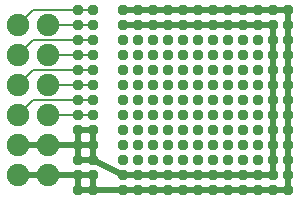
<source format=gtl>
G04*
G04 Format:               Gerber RS-274X*
G04 Layer:                TopCopper*
G04 This File Name:       bml_pmod_to_050_grid_1_inch_01.gtl*
G04 Source File Name:     bml_pmod_to_050_grid_1_inch_01.rrpcb*
G04 Unique ID:            fba66e10-ddf0-483a-a0c8-865054ed18e4*
G04 Generated Date:       Sunday, 12 November 2017 19:24:30*
G04*
G04 Created Using:        Robot Room Copper Connection v2.9.5573*
G04 Software Contact:     http://www.robotroom.com/CopperConnection/Support.aspx*
G04 License Number:       1363*
G04*
G04 Zero Suppression:     Leading*
G04 Number Precision:     2.4*
G04*
%FSLAX24Y24*%
%MOIN*%
%LNTopCopper*%
%ADD10C,.008*%
%ADD11C,.02*%
%ADD12C,.037*%
%ADD13C,.075*%
%ADD14R,.006X.006*%
D10*
G01X500Y5750D02*
X1000Y6250D01*
X2998D02*
X1000D01*
X2998Y5750D02*
X1500D01*
X2998Y5250D02*
X998D01*
X500Y4750D01*
X2998D02*
X1500D01*
X1000Y4250D02*
X500Y3750D01*
X2998D02*
X1500D01*
X2998Y3250D02*
X1000D01*
X500Y2750D01*
X2998D02*
X1500D01*
X2998Y4250D02*
X1000D01*
D11*
X500Y1750D02*
X1500D01*
X500Y750D02*
X1500D01*
Y1750D02*
X2998D01*
X1500Y750D02*
X2498D01*
X2998D02*
X3000Y250D01*
X2500D01*
X2498Y750D01*
X2998D01*
X2498Y1750D02*
Y1250D01*
X2998D01*
Y1750D01*
X2498D02*
Y2250D01*
X2998D01*
Y1750D01*
Y1250D02*
X3998Y750D01*
X3000Y250D02*
X9502D01*
X9500Y6250D01*
X3998D01*
Y750D02*
X9000D01*
Y5750D01*
X3998D01*
D12*
X2498Y6250D03*
X2998D03*
X2498Y5750D03*
Y5250D03*
Y4750D03*
Y4250D03*
Y3750D03*
Y3250D03*
Y2750D03*
X2998Y5750D03*
Y5250D03*
Y4750D03*
Y4250D03*
Y3750D03*
Y3250D03*
Y2750D03*
X2498Y2250D03*
X2998D03*
X2498Y1750D03*
X2998D03*
X2498Y1250D03*
X2998D03*
X2498Y750D03*
X2998D03*
X3998Y6250D03*
Y5750D03*
Y5250D03*
Y4750D03*
Y4250D03*
Y3750D03*
Y3250D03*
Y2750D03*
Y2250D03*
Y1750D03*
Y1250D03*
Y750D03*
X2500Y250D03*
X3000D03*
X4000D03*
X4500Y6250D03*
X5000D03*
X5500D03*
X4500Y5750D03*
Y5250D03*
Y4750D03*
Y4250D03*
Y3750D03*
Y3250D03*
Y2750D03*
X5000Y5750D03*
Y5250D03*
Y4750D03*
Y4250D03*
Y3750D03*
Y3250D03*
Y2750D03*
X4500Y2250D03*
X5000D03*
X4500Y1750D03*
X5000D03*
X4500Y1250D03*
X5000D03*
X4500Y750D03*
X5000D03*
X5500D03*
Y1250D03*
Y1750D03*
Y2250D03*
Y2750D03*
Y3250D03*
Y3750D03*
Y4250D03*
Y4750D03*
Y5250D03*
Y5750D03*
X6000Y6250D03*
Y5750D03*
Y5250D03*
Y4750D03*
Y4250D03*
Y3750D03*
Y3250D03*
Y2750D03*
Y2250D03*
Y1750D03*
Y1250D03*
Y750D03*
X4502Y250D03*
X5002D03*
X5502D03*
X6002D03*
X6500Y6250D03*
X7000D03*
X7500D03*
X6500Y5750D03*
Y5250D03*
Y4750D03*
Y4250D03*
Y3750D03*
Y3250D03*
Y2750D03*
X7000Y5750D03*
Y5250D03*
Y4750D03*
Y4250D03*
Y3750D03*
Y3250D03*
Y2750D03*
X6500Y2250D03*
X7000D03*
X6500Y1750D03*
X7000D03*
X6500Y1250D03*
X7000D03*
X6500Y750D03*
X7000D03*
X7500D03*
Y1250D03*
Y1750D03*
Y2250D03*
Y2750D03*
Y3250D03*
Y3750D03*
Y4250D03*
Y4750D03*
Y5250D03*
Y5750D03*
X8000Y6250D03*
Y5750D03*
Y5250D03*
Y4750D03*
Y4250D03*
Y3750D03*
Y3250D03*
Y2750D03*
Y2250D03*
Y1750D03*
Y1250D03*
Y750D03*
X6502Y250D03*
X7002D03*
X7502D03*
X8002D03*
X8500Y6250D03*
X9000D03*
X9500D03*
X8500Y5750D03*
Y5250D03*
Y4750D03*
Y4250D03*
Y3750D03*
Y3250D03*
Y2750D03*
X9000Y5750D03*
Y5250D03*
Y4750D03*
Y4250D03*
Y3750D03*
Y3250D03*
Y2750D03*
X8500Y2250D03*
X9000D03*
X8500Y1750D03*
X9000D03*
X8500Y1250D03*
X9000D03*
X8500Y750D03*
X9000D03*
X9500D03*
Y1250D03*
Y1750D03*
Y2250D03*
Y2750D03*
Y3250D03*
Y3750D03*
Y4250D03*
Y4750D03*
Y5250D03*
Y5750D03*
X8502Y250D03*
X9002D03*
X9502D03*
D13*
X1500Y4750D03*
Y3750D03*
Y2750D03*
Y1750D03*
Y750D03*
Y5750D03*
X500Y4750D03*
Y3750D03*
Y2750D03*
Y1750D03*
Y750D03*
Y5750D03*
M02*

</source>
